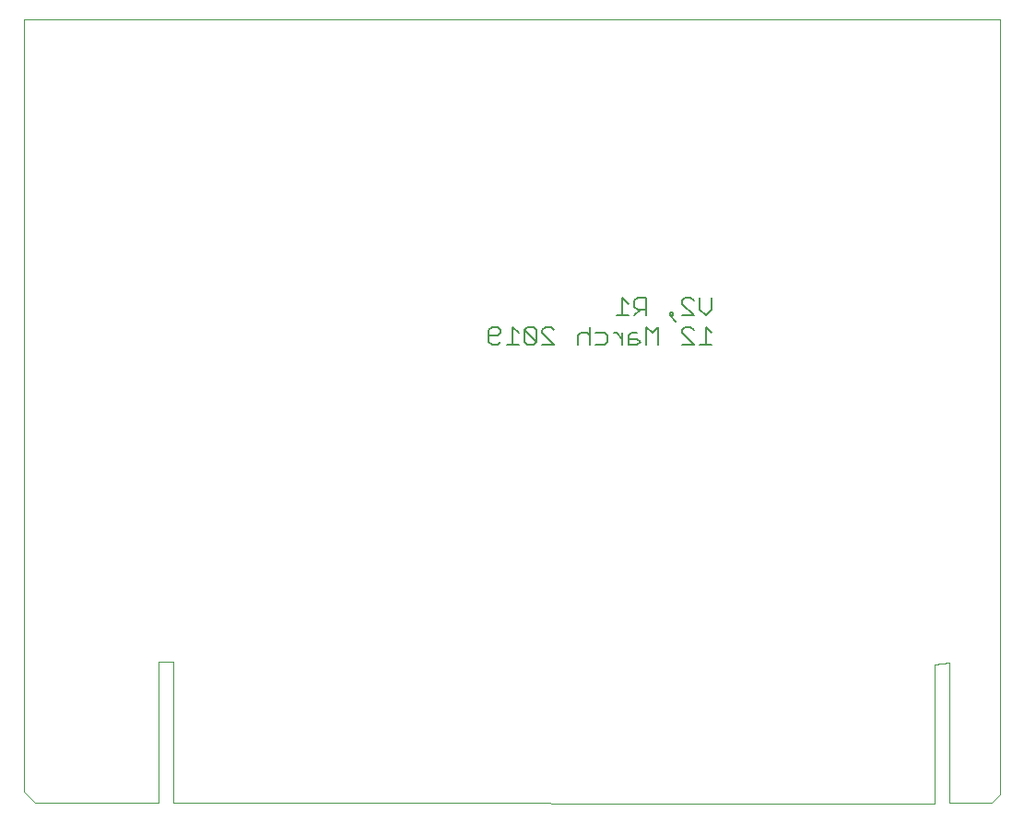
<source format=gbo>
G75*
%MOIN*%
%OFA0B0*%
%FSLAX25Y25*%
%IPPOS*%
%LPD*%
%AMOC8*
5,1,8,0,0,1.08239X$1,22.5*
%
%ADD10C,0.00000*%
%ADD11C,0.00600*%
D10*
X0026198Y0005295D02*
X0030135Y0001394D01*
X0074623Y0001394D01*
X0074623Y0052181D01*
X0080135Y0052181D01*
X0080135Y0001394D01*
X0355331Y0001000D01*
X0355331Y0051394D01*
X0360843Y0051787D01*
X0360843Y0001394D01*
X0376198Y0001394D01*
X0378954Y0004150D01*
X0378954Y0050606D01*
X0378954Y0050488D02*
X0378954Y0284587D01*
X0026198Y0284587D01*
X0026198Y0051094D01*
X0026198Y0051295D02*
X0026198Y0005295D01*
D11*
X0194175Y0167997D02*
X0194175Y0172268D01*
X0195242Y0173335D01*
X0197377Y0173335D01*
X0198445Y0172268D01*
X0198445Y0171200D01*
X0197377Y0170133D01*
X0194175Y0170133D01*
X0194175Y0167997D02*
X0195242Y0166930D01*
X0197377Y0166930D01*
X0198445Y0167997D01*
X0200620Y0166930D02*
X0204890Y0166930D01*
X0202755Y0166930D02*
X0202755Y0173335D01*
X0204890Y0171200D01*
X0207066Y0172268D02*
X0207066Y0167997D01*
X0208133Y0166930D01*
X0210268Y0166930D01*
X0211336Y0167997D01*
X0207066Y0172268D01*
X0208133Y0173335D01*
X0210268Y0173335D01*
X0211336Y0172268D01*
X0211336Y0167997D01*
X0213511Y0166930D02*
X0217781Y0166930D01*
X0213511Y0171200D01*
X0213511Y0172268D01*
X0214579Y0173335D01*
X0216714Y0173335D01*
X0217781Y0172268D01*
X0226402Y0170133D02*
X0226402Y0166930D01*
X0226402Y0170133D02*
X0227470Y0171200D01*
X0229605Y0171200D01*
X0230672Y0170133D01*
X0232847Y0171200D02*
X0236050Y0171200D01*
X0237118Y0170133D01*
X0237118Y0167997D01*
X0236050Y0166930D01*
X0232847Y0166930D01*
X0230672Y0166930D02*
X0230672Y0173335D01*
X0239286Y0171200D02*
X0240354Y0171200D01*
X0242489Y0169065D01*
X0242489Y0166930D02*
X0242489Y0171200D01*
X0244664Y0170133D02*
X0244664Y0166930D01*
X0247867Y0166930D01*
X0248935Y0167997D01*
X0247867Y0169065D01*
X0244664Y0169065D01*
X0244664Y0170133D02*
X0245732Y0171200D01*
X0247867Y0171200D01*
X0251110Y0173335D02*
X0251110Y0166930D01*
X0255380Y0166930D02*
X0255380Y0173335D01*
X0253245Y0171200D01*
X0251110Y0173335D01*
X0251083Y0177430D02*
X0251083Y0183835D01*
X0247880Y0183835D01*
X0246813Y0182768D01*
X0246813Y0180633D01*
X0247880Y0179565D01*
X0251083Y0179565D01*
X0248948Y0179565D02*
X0246813Y0177430D01*
X0244638Y0177430D02*
X0240367Y0177430D01*
X0242502Y0177430D02*
X0242502Y0183835D01*
X0244638Y0181700D01*
X0259690Y0178497D02*
X0260758Y0178497D01*
X0260758Y0177430D01*
X0259690Y0177430D01*
X0259690Y0178497D01*
X0259690Y0177430D02*
X0261826Y0175295D01*
X0264001Y0177430D02*
X0268271Y0177430D01*
X0264001Y0181700D01*
X0264001Y0182768D01*
X0265068Y0183835D01*
X0267203Y0183835D01*
X0268271Y0182768D01*
X0270446Y0183835D02*
X0270446Y0179565D01*
X0272581Y0177430D01*
X0274717Y0179565D01*
X0274717Y0183835D01*
X0272581Y0173335D02*
X0272581Y0166930D01*
X0270446Y0166930D02*
X0274717Y0166930D01*
X0274717Y0171200D02*
X0272581Y0173335D01*
X0268271Y0172268D02*
X0267203Y0173335D01*
X0265068Y0173335D01*
X0264001Y0172268D01*
X0264001Y0171200D01*
X0268271Y0166930D01*
X0264001Y0166930D01*
M02*

</source>
